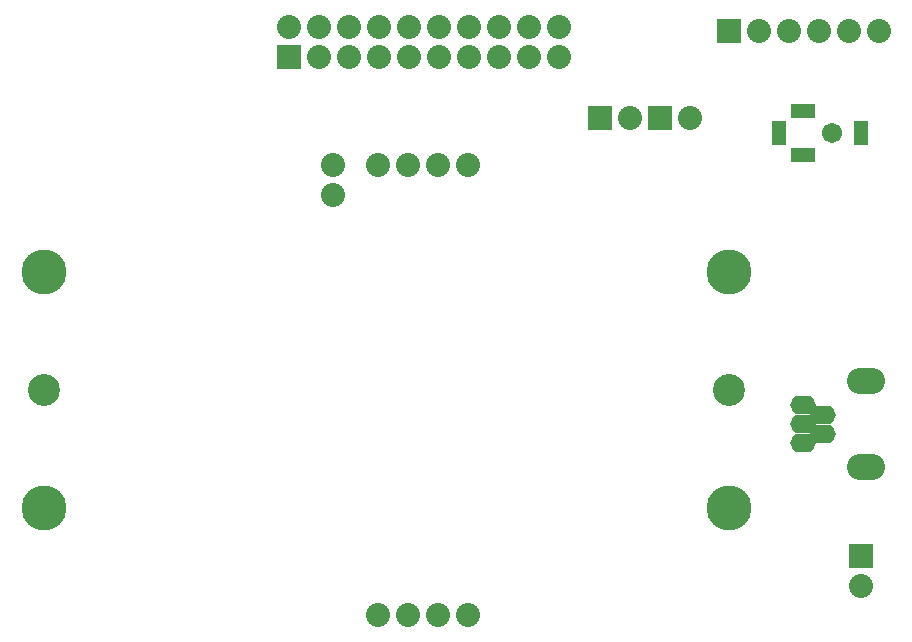
<source format=gbs>
G04 (created by PCBNEW-RS274X (2011-05-25)-stable) date Mon 14 Nov 2011 21:00:14 CET*
G01*
G70*
G90*
%MOIN*%
G04 Gerber Fmt 3.4, Leading zero omitted, Abs format*
%FSLAX34Y34*%
G04 APERTURE LIST*
%ADD10C,0.006000*%
%ADD11R,0.080000X0.080000*%
%ADD12C,0.080000*%
%ADD13C,0.106600*%
%ADD14C,0.149900*%
%ADD15O,0.126300X0.086900*%
%ADD16O,0.085000X0.063300*%
%ADD17C,0.067200*%
%ADD18R,0.047600X0.079100*%
%ADD19R,0.079100X0.047600*%
G04 APERTURE END LIST*
G54D10*
G54D11*
X27550Y-37050D03*
G54D12*
X27550Y-36050D03*
X28550Y-37050D03*
X28550Y-36050D03*
X29550Y-37050D03*
X29550Y-36050D03*
X30550Y-37050D03*
X30550Y-36050D03*
X31550Y-37050D03*
X31550Y-36050D03*
X32550Y-37050D03*
X32550Y-36050D03*
X33550Y-37050D03*
X33550Y-36050D03*
X34550Y-37050D03*
X34550Y-36050D03*
X35550Y-37050D03*
X35550Y-36050D03*
X36550Y-37050D03*
X36550Y-36050D03*
G54D11*
X37900Y-39100D03*
G54D12*
X38900Y-39100D03*
G54D11*
X39900Y-39100D03*
G54D12*
X40900Y-39100D03*
G54D11*
X46600Y-53700D03*
G54D12*
X46600Y-54700D03*
G54D11*
X42200Y-36200D03*
G54D12*
X43200Y-36200D03*
X44200Y-36200D03*
X45200Y-36200D03*
X46200Y-36200D03*
X47200Y-36200D03*
G54D13*
X19383Y-48150D03*
X42217Y-48150D03*
G54D14*
X19383Y-52087D03*
X19383Y-44213D03*
X42217Y-52087D03*
X42217Y-44213D03*
G54D12*
X33509Y-55650D03*
X32509Y-55650D03*
X31509Y-55650D03*
X30509Y-55650D03*
X33509Y-40650D03*
X32509Y-40650D03*
X31509Y-40650D03*
X30509Y-40650D03*
X29009Y-40650D03*
X29009Y-41650D03*
G54D15*
X46761Y-50737D03*
X46761Y-47863D03*
G54D16*
X44665Y-49930D03*
X44665Y-49300D03*
X44665Y-48670D03*
X45353Y-49615D03*
X45353Y-48985D03*
G54D17*
X45650Y-39600D03*
G54D18*
X46595Y-39600D03*
G54D19*
X44666Y-40328D03*
X44666Y-38872D03*
G54D18*
X43878Y-39600D03*
M02*

</source>
